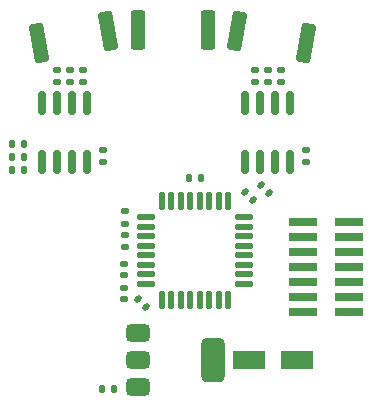
<source format=gbr>
%TF.GenerationSoftware,KiCad,Pcbnew,8.0.8*%
%TF.CreationDate,2025-01-29T06:06:36+01:00*%
%TF.ProjectId,PCB_Gant,5043425f-4761-46e7-942e-6b696361645f,rev?*%
%TF.SameCoordinates,Original*%
%TF.FileFunction,Paste,Top*%
%TF.FilePolarity,Positive*%
%FSLAX46Y46*%
G04 Gerber Fmt 4.6, Leading zero omitted, Abs format (unit mm)*
G04 Created by KiCad (PCBNEW 8.0.8) date 2025-01-29 06:06:36*
%MOMM*%
%LPD*%
G01*
G04 APERTURE LIST*
G04 Aperture macros list*
%AMRoundRect*
0 Rectangle with rounded corners*
0 $1 Rounding radius*
0 $2 $3 $4 $5 $6 $7 $8 $9 X,Y pos of 4 corners*
0 Add a 4 corners polygon primitive as box body*
4,1,4,$2,$3,$4,$5,$6,$7,$8,$9,$2,$3,0*
0 Add four circle primitives for the rounded corners*
1,1,$1+$1,$2,$3*
1,1,$1+$1,$4,$5*
1,1,$1+$1,$6,$7*
1,1,$1+$1,$8,$9*
0 Add four rect primitives between the rounded corners*
20,1,$1+$1,$2,$3,$4,$5,0*
20,1,$1+$1,$4,$5,$6,$7,0*
20,1,$1+$1,$6,$7,$8,$9,0*
20,1,$1+$1,$8,$9,$2,$3,0*%
G04 Aperture macros list end*
%ADD10RoundRect,0.140000X0.219203X0.021213X0.021213X0.219203X-0.219203X-0.021213X-0.021213X-0.219203X0*%
%ADD11RoundRect,0.375000X-0.625000X-0.375000X0.625000X-0.375000X0.625000X0.375000X-0.625000X0.375000X0*%
%ADD12RoundRect,0.500000X-0.500000X-1.400000X0.500000X-1.400000X0.500000X1.400000X-0.500000X1.400000X0*%
%ADD13RoundRect,0.135000X0.135000X0.185000X-0.135000X0.185000X-0.135000X-0.185000X0.135000X-0.185000X0*%
%ADD14RoundRect,0.150000X-0.150000X0.825000X-0.150000X-0.825000X0.150000X-0.825000X0.150000X0.825000X0*%
%ADD15RoundRect,0.250000X-1.137500X-0.550000X1.137500X-0.550000X1.137500X0.550000X-1.137500X0.550000X0*%
%ADD16RoundRect,0.250000X-0.362500X-1.425000X0.362500X-1.425000X0.362500X1.425000X-0.362500X1.425000X0*%
%ADD17RoundRect,0.135000X-0.185000X0.135000X-0.185000X-0.135000X0.185000X-0.135000X0.185000X0.135000X0*%
%ADD18RoundRect,0.135000X0.185000X-0.135000X0.185000X0.135000X-0.185000X0.135000X-0.185000X-0.135000X0*%
%ADD19RoundRect,0.140000X0.140000X0.170000X-0.140000X0.170000X-0.140000X-0.170000X0.140000X-0.170000X0*%
%ADD20RoundRect,0.140000X-0.219203X-0.021213X-0.021213X-0.219203X0.219203X0.021213X0.021213X0.219203X0*%
%ADD21RoundRect,0.140000X-0.170000X0.140000X-0.170000X-0.140000X0.170000X-0.140000X0.170000X0.140000X0*%
%ADD22RoundRect,0.140000X0.170000X-0.140000X0.170000X0.140000X-0.170000X0.140000X-0.170000X-0.140000X0*%
%ADD23RoundRect,0.135000X-0.135000X-0.185000X0.135000X-0.185000X0.135000X0.185000X-0.135000X0.185000X0*%
%ADD24RoundRect,0.250000X-0.109544X-1.466299X0.604441X-1.340404X0.109544X1.466299X-0.604441X1.340404X0*%
%ADD25RoundRect,0.125000X-0.125000X0.625000X-0.125000X-0.625000X0.125000X-0.625000X0.125000X0.625000X0*%
%ADD26RoundRect,0.125000X-0.625000X0.125000X-0.625000X-0.125000X0.625000X-0.125000X0.625000X0.125000X0*%
%ADD27RoundRect,0.250000X-0.604441X-1.340404X0.109544X-1.466299X0.604441X1.340404X-0.109544X1.466299X0*%
%ADD28R,2.400000X0.740000*%
G04 APERTURE END LIST*
D10*
%TO.C,C6*%
X113739411Y-90659411D03*
X113060589Y-89980589D03*
%TD*%
D11*
%TO.C,U5*%
X113100000Y-92900000D03*
X113100000Y-95200000D03*
D12*
X119400000Y-95200000D03*
D11*
X113100000Y-97500000D03*
%TD*%
D13*
%TO.C,R7*%
X103420000Y-79100000D03*
X102400000Y-79100000D03*
%TD*%
D14*
%TO.C,U2*%
X108705000Y-73425000D03*
X107435000Y-73425000D03*
X106165000Y-73425000D03*
X104895000Y-73425000D03*
X104895000Y-78375000D03*
X106165000Y-78375000D03*
X107435000Y-78375000D03*
X108705000Y-78375000D03*
%TD*%
D15*
%TO.C,C8*%
X122437500Y-95200000D03*
X126562500Y-95200000D03*
%TD*%
D16*
%TO.C,R6*%
X113037500Y-67200000D03*
X118962500Y-67200000D03*
%TD*%
D17*
%TO.C,R13*%
X112000000Y-84600000D03*
X112000000Y-85620000D03*
%TD*%
D14*
%TO.C,U3*%
X125905000Y-73425000D03*
X124635000Y-73425000D03*
X123365000Y-73425000D03*
X122095000Y-73425000D03*
X122095000Y-78375000D03*
X123365000Y-78375000D03*
X124635000Y-78375000D03*
X125905000Y-78375000D03*
%TD*%
D18*
%TO.C,R14*%
X112000000Y-83620000D03*
X112000000Y-82600000D03*
%TD*%
D19*
%TO.C,C2*%
X118360000Y-79800000D03*
X117400000Y-79800000D03*
%TD*%
D18*
%TO.C,R1*%
X107300000Y-71600000D03*
X107300000Y-70580000D03*
%TD*%
D20*
%TO.C,C5*%
X122160589Y-80960589D03*
X122839411Y-81639411D03*
%TD*%
D21*
%TO.C,C9*%
X110100000Y-77420000D03*
X110100000Y-78380000D03*
%TD*%
D22*
%TO.C,C12*%
X127300000Y-78380000D03*
X127300000Y-77420000D03*
%TD*%
D23*
%TO.C,R5*%
X102400000Y-76900000D03*
X103420000Y-76900000D03*
%TD*%
D24*
%TO.C,R4*%
X104665014Y-68314433D03*
X110500000Y-67285567D03*
%TD*%
D22*
%TO.C,C3*%
X111860000Y-88010000D03*
X111860000Y-87050000D03*
%TD*%
D25*
%TO.C,U1*%
X120700000Y-81725000D03*
X119900000Y-81725000D03*
X119100000Y-81725000D03*
X118300000Y-81725000D03*
X117500000Y-81725000D03*
X116700000Y-81725000D03*
X115900000Y-81725000D03*
X115100000Y-81725000D03*
D26*
X113725000Y-83100000D03*
X113725000Y-83900000D03*
X113725000Y-84700000D03*
X113725000Y-85500000D03*
X113725000Y-86300000D03*
X113725000Y-87100000D03*
X113725000Y-87900000D03*
X113725000Y-88700000D03*
D25*
X115100000Y-90075000D03*
X115900000Y-90075000D03*
X116700000Y-90075000D03*
X117500000Y-90075000D03*
X118300000Y-90075000D03*
X119100000Y-90075000D03*
X119900000Y-90075000D03*
X120700000Y-90075000D03*
D26*
X122075000Y-88700000D03*
X122075000Y-87900000D03*
X122075000Y-87100000D03*
X122075000Y-86300000D03*
X122075000Y-85500000D03*
X122075000Y-84700000D03*
X122075000Y-83900000D03*
X122075000Y-83100000D03*
%TD*%
D17*
%TO.C,R9*%
X123000000Y-70600000D03*
X123000000Y-71620000D03*
%TD*%
D18*
%TO.C,R11*%
X125200000Y-71620000D03*
X125200000Y-70600000D03*
%TD*%
D17*
%TO.C,R3*%
X106200000Y-70580000D03*
X106200000Y-71600000D03*
%TD*%
D18*
%TO.C,R2*%
X108400000Y-71600000D03*
X108400000Y-70580000D03*
%TD*%
D13*
%TO.C,R8*%
X103420000Y-78000000D03*
X102400000Y-78000000D03*
%TD*%
D21*
%TO.C,C1*%
X111860000Y-89040000D03*
X111860000Y-90000000D03*
%TD*%
D20*
%TO.C,C4*%
X123460589Y-80360589D03*
X124139411Y-81039411D03*
%TD*%
D18*
%TO.C,R12*%
X124100000Y-71620000D03*
X124100000Y-70600000D03*
%TD*%
D19*
%TO.C,C7*%
X111000000Y-97600000D03*
X110040000Y-97600000D03*
%TD*%
D27*
%TO.C,R10*%
X121482507Y-67285568D03*
X127317493Y-68314432D03*
%TD*%
D28*
%TO.C,J1*%
X130910000Y-91090000D03*
X127010000Y-91090000D03*
X130910000Y-89820000D03*
X127010000Y-89820000D03*
X130910000Y-88550000D03*
X127010000Y-88550000D03*
X130910000Y-87280000D03*
X127010000Y-87280000D03*
X130910000Y-86010000D03*
X127010000Y-86010000D03*
X130910000Y-84740000D03*
X127010000Y-84740000D03*
X130910000Y-83470000D03*
X127010000Y-83470000D03*
%TD*%
M02*

</source>
